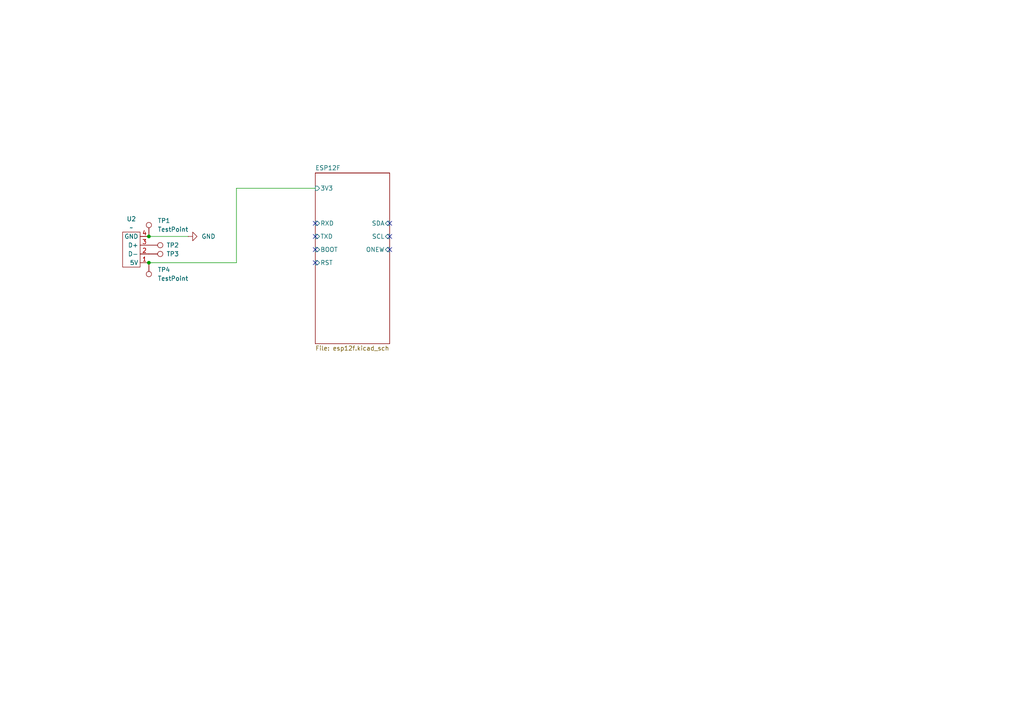
<source format=kicad_sch>
(kicad_sch (version 20231120) (generator "eeschema") (generator_version "8.0")
  (paper "A4")
  (lib_symbols
    (symbol "Connector:TestPoint" (pin_numbers hide) (pin_names (offset 0.762) hide)
      (property "Reference" "TP" (at 0 6.858 0))
      (property "Value" "TestPoint" (at 0 5.08 0))
      (symbol "TestPoint_0_1"
        (circle (center 0 3.302) (radius 0.762))
      )
      (symbol "TestPoint_1_1"
        (pin passive line (at 0 0 90) (length 2.54) (name "1") (number "1"))
      )
    )
    (symbol "easyeda2kicad:USB_PCB"
      (property "Reference" "U" (at 0 4.064 0))
      (symbol "USB_PCB_0_1"
        (rectangle (start -2.54 2.54) (end 2.54 -7.62))
      )
      (symbol "USB_PCB_1_1"
        (pin power_out line (at -5.08 1.27 0) (length 2.54) (name "5V") (number "1"))
        (pin bidirectional line (at -5.08 -1.27 0) (length 2.54) (name "D-") (number "2"))
        (pin bidirectional line (at -5.08 -3.81 0) (length 2.54) (name "D+") (number "3"))
        (pin power_out line (at -5.08 -6.35 0) (length 2.54) (name "GND") (number "4"))
      )
    )
    (symbol "power:GND" (power) (pin_numbers hide) (pin_names (offset 0) hide)
      (property "Value" "GND" (at 0 -3.81 0))
      (symbol "GND_0_1"
        (polyline (pts (xy 0 0) (xy 0 -1.27) (xy 1.27 -1.27) (xy 0 -2.54) (xy -1.27 -1.27) (xy 0 -1.27)))
      )
      (symbol "GND_1_1"
        (pin power_in line (at 0 0 270) (length 0) (name "~") (number "1"))
      )
    )
  )
  (junction (at 43.18 68.58))
  (junction (at 43.18 76.2))
  (no_connect (at 91.44 72.39))
  (no_connect (at 91.44 64.77))
  (no_connect (at 91.44 76.2))
  (no_connect (at 113.03 68.58))
  (no_connect (at 113.03 72.39))
  (no_connect (at 91.44 68.58))
  (no_connect (at 113.03 64.77))
  (wire (pts (xy 68.58 76.2) (xy 68.58 54.61)))
  (wire (pts (xy 43.18 76.2) (xy 68.58 76.2)))
  (wire (pts (xy 54.61 68.58) (xy 43.18 68.58)))
  (wire (pts (xy 68.58 54.61) (xy 91.44 54.61)))
  (symbol (lib_id "Connector:TestPoint") (at 43.18 68.58 0) (unit 1)
    (property "Reference" "TP1" (at 45.72 64.0079 0) (effects (justify left)))
    (property "Value" "TestPoint" (at 45.72 66.5479 0) (effects (justify left)))
    (property "Footprint" "TestPoint:TestPoint_Pad_1.0x1.0mm" (effects (hide yes)))
    (property "Description" "test point" (effects (hide yes)))
  )
  (symbol (lib_id "power:GND") (at 54.61 68.58 90) (unit 1)
    (property "Reference" "#PWR01" (effects (hide yes)))
    (property "Value" "GND" (at 58.42 68.5799 90) (effects (justify right)))
    (property "Description" "Power symbol creates a global label with name \"GND\" , ground" (effects (hide yes)))
  )
  (symbol (lib_id "Connector:TestPoint") (at 43.18 76.2 180) (unit 1)
    (property "Reference" "TP4" (at 45.72 78.2319 0) (effects (justify right)))
    (property "Value" "TestPoint" (at 45.72 80.7719 0) (effects (justify right)))
    (property "Footprint" "TestPoint:TestPoint_Pad_1.0x1.0mm" (effects (hide yes)))
    (property "Description" "test point" (effects (hide yes)))
  )
  (symbol (lib_id "Connector:TestPoint") (at 43.18 73.66 270) (unit 1)
    (property "Reference" "TP3" (at 48.26 73.66 90) (effects (justify left)))
    (property "Value" "TestPoint" (effects (hide yes)))
    (property "Footprint" "TestPoint:TestPoint_Pad_1.0x1.0mm" (effects (hide yes)))
    (property "Description" "test point" (effects (hide yes)))
  )
  (symbol (lib_id "Connector:TestPoint") (at 43.18 71.12 270) (unit 1)
    (property "Reference" "TP2" (at 48.26 71.12 90) (effects (justify left)))
    (property "Value" "TestPoint" (effects (hide yes)))
    (property "Footprint" "TestPoint:TestPoint_Pad_1.0x1.0mm" (effects (hide yes)))
    (property "Description" "test point" (effects (hide yes)))
  )
  (symbol (lib_id "easyeda2kicad:USB_PCB") (at 38.1 74.93 180) (unit 1)
    (property "Reference" "U2" (at 38.1 63.5 0))
    (property "Value" "~" (at 38.1 66.04 0))
    (property "Footprint" "easyeda2kicad:usb-PCB" (effects (hide yes)))
  )
  (sheet (at 91.44 50.165) (size 21.59 49.53) (stroke (width 0.1524))
    (property "Sheetname" "ESP12F" (at 91.44 49.4534 0) (effects (justify left bottom)))
    (property "Sheetfile" "esp12f.kicad_sch" (at 91.44 100.2796 0) (effects (justify left top)))
    (pin "RXD" input (at 91.44 64.77 180))
    (pin "TXD" input (at 91.44 68.58 180))
    (pin "SDA" input (at 113.03 64.77 0))
    (pin "BOOT" input (at 91.44 72.39 180))
    (pin "SCL" input (at 113.03 68.58 0))
    (pin "ONEW" input (at 113.03 72.39 0))
    (pin "RST" input (at 91.44 76.2 180))
    (pin "3V3" input (at 91.44 54.61 180))
  )
)
</source>
